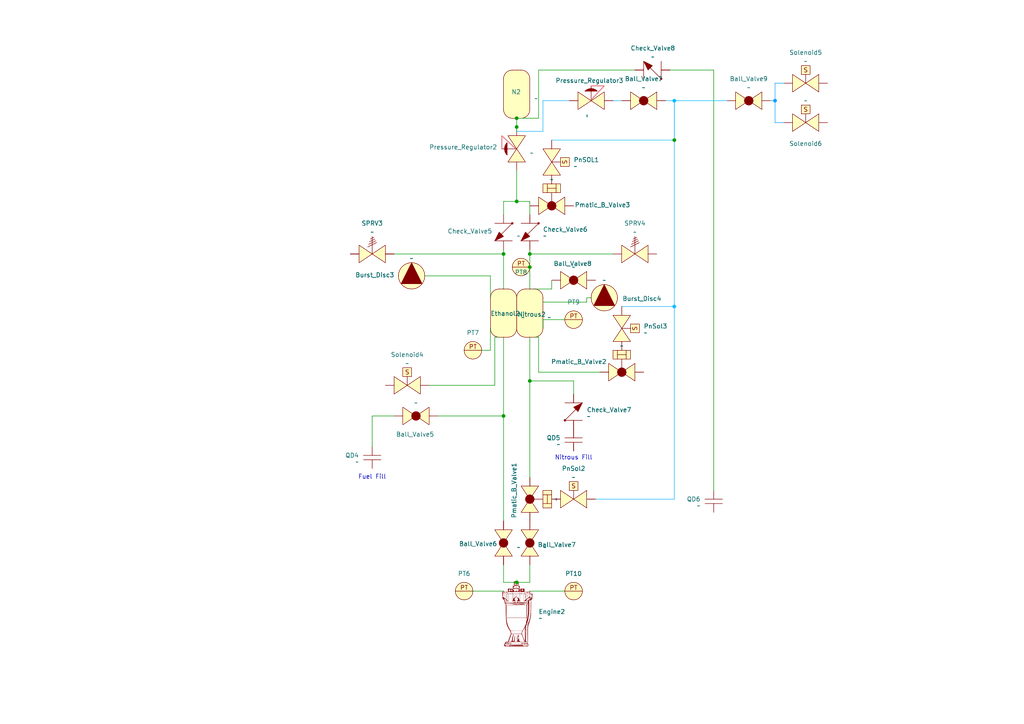
<source format=kicad_sch>
(kicad_sch (version 20231120) (generator "eeschema") (generator_version "8.0")
  (paper "A4")
  (lib_symbols
    (symbol "Ball_Valve_1"
      (property "Reference" "Ball_Valve" (at 3.81 -4.318 0))
      (symbol "Ball_Valve_1_1_1"
        (pin passive line (at -2.54 0 0) (length 2.54) (name "") (number ""))
        (pin passive line (at 10.16 0 180) (length 2.54) (name "") (number ""))
      )
    )
    (symbol "Ball_Valve_2"
      (property "Reference" "Ball_Valve" (at 3.81 -4.318 0))
      (symbol "Ball_Valve_2_1_1"
        (pin passive line (at -2.54 0 0) (length 2.54) (name "") (number ""))
        (pin passive line (at 10.16 0 180) (length 2.54) (name "") (number ""))
      )
    )
    (symbol "PID_symbols:Ball_Valve"
      (property "Reference" "Ball_Valve" (at 3.81 -4.318 0))
      (symbol "Ball_Valve_1_1"
        (pin passive line (at -2.54 0 0) (length 2.54) (name "") (number ""))
        (pin passive line (at 10.16 0 180) (length 2.54) (name "") (number ""))
      )
    )
    (symbol "PID_symbols:Burst_Disc"
      (property "Reference" "Burst_Disc" (at 0 -5.334 0))
      (symbol "Burst_Disc_1_1"
        (pin passive line (at -3.81 0 0) (length 0) (name "") (number ""))
        (pin passive line (at 3.81 0 180) (length 0) (name "") (number ""))
      )
    )
    (symbol "PID_symbols:Check_Valve"
      (property "Reference" "Check_Valve" (at 2.54 -4.064 0))
      (symbol "Check_Valve_1_1"
        (pin passive line (at -2.54 0 0) (length 2.54) (name "") (number ""))
        (pin passive line (at 7.62 0 180) (length 2.54) (name "") (number ""))
      )
    )
    (symbol "PID_symbols:Engine"
      (property "Reference" "Engine" (at 0 0 0))
      (symbol "Engine_1_1"
        (pin input line (at -3.81 3.81 0) (length 0) (name "") (number ""))
        (pin input line (at 0 6.35 0) (length 0) (name "") (number ""))
        (pin input line (at 3.81 3.81 0) (length 0) (name "") (number ""))
      )
    )
    (symbol "PID_symbols:Pneumatic_Rotary_Ball_Valve"
      (property "Reference" "Pmatic_B_Valve" (at 0 -3.81 0))
      (symbol "Pneumatic_Rotary_Ball_Valve_1_1"
        (pin passive line (at -3.81 0 180) (length 2.54) (name "") (number ""))
        (pin passive line (at 0 -1.27 180) (length 0) (name "") (number ""))
        (pin passive line (at 0 6.35 180) (length 0) (name "") (number ""))
        (pin passive line (at 3.81 0 0) (length 2.54) (name "") (number ""))
      )
    )
    (symbol "PID_symbols:Pressure_Regulator"
      (property "Reference" "Pressure_Regulator" (at 4.318 -3.81 0))
      (symbol "Pressure_Regulator_1_1"
        (pin passive line (at -2.54 0 0) (length 2.54) (name "") (number ""))
        (pin passive line (at 10.16 0 180) (length 2.54) (name "") (number ""))
      )
    )
    (symbol "PID_symbols:Pressure_Transducer"
      (property "Reference" "PT" (at 0 -3.81 0))
      (symbol "Pressure_Transducer_1_1"
        (text "PT\n" (at 0 1.016 0) (effects (font (size 1.27 1.27))))
        (pin passive line (at -2.54 0 0) (length 0) (name "") (number ""))
        (pin passive line (at 2.54 0 180) (length 0) (name "") (number ""))
      )
    )
    (symbol "PID_symbols:Quick_Disconnect"
      (property "Reference" "QD" (at 0.762 -4.572 0))
      (symbol "Quick_Disconnect_1_1"
        (pin passive line (at -2.54 0 0) (length 2.54) (name "") (number ""))
        (pin passive line (at 3.81 0 180) (length 2.54) (name "") (number ""))
      )
    )
    (symbol "PID_symbols:SPRV"
      (property "Reference" "SPRV" (at 3.556 -3.302 0))
      (symbol "SPRV_1_1"
        (pin passive line (at -2.54 0 0) (length 2.54) (name "") (number ""))
        (pin passive line (at 10.16 0 180) (length 2.54) (name "") (number ""))
      )
    )
    (symbol "PID_symbols:Solenoid"
      (property "Reference" "Solenoid" (at 3.81 -3.81 0))
      (symbol "Solenoid_1_1"
        (text "S\n" (at 3.81 3.81 0) (effects (font (size 1.27 1.27))))
        (pin passive line (at -2.54 0 0) (length 2.54) (name "") (number ""))
        (pin passive line (at 10.16 0 180) (length 2.54) (name "") (number ""))
      )
    )
    (symbol "PID_symbols:Tank"
      (property "Reference" "T" (at 6.35 5.08 0))
      (symbol "Tank_1_1"
        (pin passive line (at 1.27 -2.54 90) (length 0) (name "") (number ""))
        (pin passive line (at 1.27 11.43 270) (length 0) (name "") (number ""))
      )
    )
    (symbol "Pressure_Regulator_1"
      (property "Reference" "Pressure_Regulator" (at 4.318 -3.81 0))
      (symbol "Pressure_Regulator_1_1_1"
        (pin passive line (at -2.54 0 0) (length 2.54) (name "") (number ""))
        (pin passive line (at 10.16 0 180) (length 2.54) (name "") (number ""))
      )
    )
    (symbol "Solenoid_1"
      (property "Reference" "Solenoid" (at 3.81 -3.81 0))
      (symbol "Solenoid_1_1_1"
        (text "S\n" (at 3.81 3.81 0) (effects (font (size 1.27 1.27))))
        (pin passive line (at -2.54 0 0) (length 2.54) (name "") (number ""))
        (pin passive line (at 10.16 0 180) (length 2.54) (name "") (number ""))
      )
    )
    (symbol "Solenoid_2"
      (property "Reference" "Solenoid" (at 3.81 -3.81 0))
      (symbol "Solenoid_2_1_1"
        (text "S\n" (at 3.81 3.81 0) (effects (font (size 1.27 1.27))))
        (pin passive line (at -2.54 0 0) (length 2.54) (name "") (number ""))
        (pin passive line (at 10.16 0 180) (length 2.54) (name "") (number ""))
      )
    )
  )
  (junction (at 195.58 88.9) (color 7 184 255 1))
  (junction (at 146.05 73.66))
  (junction (at 153.67 77.47))
  (junction (at 195.58 29.21) (color 0 187 255 1))
  (junction (at 149.86 168.91))
  (junction (at 195.58 40.64))
  (junction (at 149.86 34.29))
  (junction (at 149.86 36.83))
  (junction (at 153.67 110.49))
  (junction (at 224.79 29.21) (color 2 153 255 1))
  (junction (at 149.86 58.42))
  (junction (at 153.67 73.66))
  (junction (at 146.05 120.65))
  (wire (pts (xy 166.37 110.49) (xy 166.37 114.3)))
  (wire (pts (xy 195.58 40.64) (xy 195.58 29.21)) (stroke (width 0) (color 0 187 255 1)))
  (wire (pts (xy 153.67 163.83) (xy 153.67 168.91)))
  (wire (pts (xy 153.67 73.66) (xy 153.67 77.47)))
  (wire (pts (xy 194.31 20.32) (xy 207.01 20.32)))
  (wire (pts (xy 193.04 29.21) (xy 195.58 29.21)) (stroke (width 0) (color 14 175 255 1)))
  (wire (pts (xy 156.21 34.29) (xy 156.21 20.32)))
  (wire (pts (xy 180.34 88.9) (xy 195.58 88.9)) (stroke (width 0) (color 14 175 255 1)))
  (wire (pts (xy 137.16 171.45) (xy 146.05 171.45)))
  (wire (pts (xy 195.58 29.21) (xy 195.58 40.64)) (stroke (width 0) (color 14 175 255 1)))
  (wire (pts (xy 170.18 87.63) (xy 157.48 87.63)))
  (wire (pts (xy 153.67 97.79) (xy 153.67 110.49)))
  (wire (pts (xy 153.67 168.91) (xy 149.86 168.91)))
  (wire (pts (xy 146.05 58.42) (xy 146.05 62.23)))
  (wire (pts (xy 149.86 34.29) (xy 156.21 34.29)))
  (wire (pts (xy 146.05 168.91) (xy 149.86 168.91)))
  (wire (pts (xy 146.05 163.83) (xy 146.05 168.91)))
  (wire (pts (xy 143.51 97.79) (xy 144.78 97.79)))
  (wire (pts (xy 157.48 92.71) (xy 157.48 95.25)))
  (wire (pts (xy 153.67 110.49) (xy 153.67 140.97)))
  (wire (pts (xy 227.33 35.56) (xy 224.79 35.56)) (stroke (width 0) (color 2 153 255 1)))
  (wire (pts (xy 107.95 120.65) (xy 107.95 129.54)))
  (wire (pts (xy 149.86 34.29) (xy 149.86 36.83)))
  (wire (pts (xy 224.79 24.13) (xy 227.33 24.13)) (stroke (width 0) (color 2 153 255 1)))
  (wire (pts (xy 123.19 80.01) (xy 142.24 80.01)))
  (wire (pts (xy 156.21 20.32) (xy 184.15 20.32)))
  (wire (pts (xy 149.86 36.83) (xy 149.86 38.1)))
  (wire (pts (xy 142.24 95.25) (xy 142.24 101.6)))
  (wire (pts (xy 153.67 171.45) (xy 163.83 171.45)))
  (wire (pts (xy 154.94 97.79) (xy 156.21 97.79)))
  (wire (pts (xy 139.7 101.6) (xy 142.24 101.6)))
  (wire (pts (xy 157.48 29.21) (xy 157.48 38.1)) (stroke (width 0) (color 14 175 255 1)))
  (wire (pts (xy 153.67 77.47) (xy 153.67 83.82)))
  (wire (pts (xy 154.94 83.82) (xy 160.02 83.82)))
  (wire (pts (xy 156.21 107.95) (xy 176.53 107.95)))
  (wire (pts (xy 146.05 120.65) (xy 146.05 151.13)))
  (wire (pts (xy 142.24 80.01) (xy 142.24 86.36)))
  (wire (pts (xy 172.72 144.78) (xy 195.58 144.78)) (stroke (width 0) (color 14 175 255 1)))
  (wire (pts (xy 146.05 97.79) (xy 146.05 120.65)))
  (wire (pts (xy 170.18 86.36) (xy 170.18 87.63)))
  (wire (pts (xy 146.05 72.39) (xy 146.05 73.66)))
  (wire (pts (xy 124.46 111.76) (xy 143.51 111.76)))
  (wire (pts (xy 146.05 73.66) (xy 146.05 83.82)))
  (wire (pts (xy 143.51 97.79) (xy 143.51 111.76)))
  (wire (pts (xy 127 120.65) (xy 146.05 120.65)))
  (wire (pts (xy 195.58 144.78) (xy 195.58 88.9)) (stroke (width 0) (color 14 175 255 1)))
  (wire (pts (xy 149.86 58.42) (xy 146.05 58.42)))
  (wire (pts (xy 160.02 40.64) (xy 195.58 40.64)) (stroke (width 0) (color 0 187 255 1)))
  (wire (pts (xy 195.58 29.21) (xy 210.82 29.21)) (stroke (width 0) (color 0 187 255 1)))
  (wire (pts (xy 177.8 29.21) (xy 180.34 29.21)) (stroke (width 0) (color 14 175 255 1)))
  (wire (pts (xy 114.3 120.65) (xy 107.95 120.65)))
  (wire (pts (xy 157.48 92.71) (xy 163.83 92.71)))
  (wire (pts (xy 224.79 29.21) (xy 224.79 24.13)) (stroke (width 0) (color 2 153 255 1)))
  (wire (pts (xy 160.02 81.28) (xy 160.02 83.82)))
  (wire (pts (xy 195.58 40.64) (xy 195.58 88.9)) (stroke (width 0) (color 14 175 255 1)))
  (wire (pts (xy 153.67 73.66) (xy 177.8 73.66)))
  (wire (pts (xy 153.67 58.42) (xy 153.67 62.23)))
  (wire (pts (xy 156.21 97.79) (xy 156.21 107.95)))
  (wire (pts (xy 149.86 38.1) (xy 157.48 38.1)) (stroke (width 0) (color 14 175 255 1)))
  (wire (pts (xy 114.3 73.66) (xy 146.05 73.66)))
  (wire (pts (xy 153.67 151.13) (xy 153.67 148.59)))
  (wire (pts (xy 207.01 20.32) (xy 207.01 142.24)))
  (wire (pts (xy 153.67 110.49) (xy 166.37 110.49)))
  (wire (pts (xy 223.52 29.21) (xy 224.79 29.21)) (stroke (width 0) (color 2 153 255 1)))
  (wire (pts (xy 170.18 86.36) (xy 171.45 86.36)))
  (wire (pts (xy 224.79 29.21) (xy 224.79 35.56)) (stroke (width 0) (color 2 153 255 1)))
  (wire (pts (xy 153.67 72.39) (xy 153.67 73.66)))
  (wire (pts (xy 157.48 29.21) (xy 165.1 29.21)) (stroke (width 0) (color 14 175 255 1)))
  (wire (pts (xy 149.86 58.42) (xy 153.67 58.42)))
  (wire (pts (xy 149.86 49.53) (xy 149.86 58.42)))
  (text "Nitrous Fill" (at 166.37 132.842 0) (effects (font (size 1.27 1.27))))
  (text "Fuel Fill\n" (at 107.95 138.43 0) (effects (font (size 1.27 1.27))))
  (symbol (lib_id "PID_symbols:Tank") (at 148.59 31.75 0) (unit 1)
    (property "Reference" "N2" (at 148.336 26.67 0) (effects (justify left)))
    (property "Value" "~" (at 154.94 28.575 0) (effects (justify left)))
  )
  (symbol (lib_id "PID_symbols:Engine") (at 149.86 175.26 0) (unit 1)
    (property "Reference" "Engine2" (at 156.21 177.4118 0) (effects (justify left)))
    (property "Value" "~" (at 156.21 179.3169 0) (effects (justify left)))
  )
  (symbol (lib_id "PID_symbols:Pressure_Transducer") (at 166.37 171.45 0) (unit 1)
    (property "Reference" "PT10" (at 166.37 166.37 0))
  )
  (symbol (lib_id "PID_symbols:Pressure_Regulator") (at 149.86 46.99 90) (unit 1)
    (property "Reference" "Pressure_Regulator2" (at 124.46 42.672 90) (effects (justify right)))
    (property "Value" "~" (at 153.67 44.3875 90) (effects (justify right)))
  )
  (symbol (lib_id "PID_symbols:Check_Valve") (at 191.77 20.32 180) (unit 1)
    (property "Reference" "Check_Valve8" (at 189.357 13.97 0))
    (property "Value" "~" (at 189.357 16.51 0))
  )
  (symbol (lib_id "PID_symbols:Pressure_Transducer") (at 166.37 92.71 0) (unit 1)
    (property "Reference" "PT9" (at 166.37 87.63 0))
  )
  (symbol (lib_id "PID_symbols:Ball_Valve") (at 153.67 153.67 270) (unit 1)
    (property "Reference" "Ball_Valve7" (at 155.956 157.988 90) (effects (justify left)))
    (property "Value" "~" (at 157.48 158.75 90) (effects (justify left)))
  )
  (symbol (lib_id "PID_symbols:Check_Valve") (at 146.05 64.77 270) (unit 1)
    (property "Reference" "Check_Valve5" (at 129.794 67.056 90) (effects (justify left)))
    (property "Value" "~" (at 149.86 68.453 90) (effects (justify left)))
  )
  (symbol (lib_id "PID_symbols:Tank") (at 144.78 95.25 0) (unit 1)
    (property "Reference" "Ethanol2" (at 142.24 90.932 0) (effects (justify left)))
    (property "Value" "~" (at 151.13 92.075 0) (effects (justify left)))
  )
  (symbol (lib_id "PID_symbols:Pneumatic_Rotary_Ball_Valve") (at 160.02 59.69 0) (unit 1)
    (property "Reference" "Pmatic_B_Valve3" (at 174.752 59.436 0))
    (property "Value" "~" (at 160.02 52.07 0))
  )
  (symbol (lib_id "PID_symbols:Pressure_Transducer") (at 134.62 171.45 0) (unit 1)
    (property "Reference" "PT6" (at 134.62 166.37 0))
  )
  (symbol (lib_id "PID_symbols:Pressure_Transducer") (at 137.16 101.6 0) (unit 1)
    (property "Reference" "PT7" (at 137.16 96.52 0))
  )
  (symbol (lib_id "PID_symbols:Burst_Disc") (at 175.26 86.36 0) (unit 1)
    (property "Reference" "Burst_Disc4" (at 186.182 86.614 0))
    (property "Value" "~" (at 175.26 81.28 0))
  )
  (symbol (lib_name "Solenoid_2") (lib_id "PID_symbols:Solenoid") (at 229.87 24.13 0) (unit 1)
    (property "Reference" "Solenoid5" (at 233.68 15.24 0))
    (property "Value" "~" (at 233.68 17.78 0))
  )
  (symbol (lib_id "PID_symbols:Quick_Disconnect") (at 207.01 146.05 90) (unit 1)
    (property "Reference" "QD6" (at 203.2 144.7799 90) (effects (justify left)))
    (property "Value" "~" (at 203.2 146.685 90) (effects (justify left)))
  )
  (symbol (lib_id "PID_symbols:Quick_Disconnect") (at 166.37 128.27 90) (unit 1)
    (property "Reference" "QD5" (at 162.56 126.9999 90) (effects (justify left)))
    (property "Value" "~" (at 162.56 128.905 90) (effects (justify left)))
  )
  (symbol (lib_name "Solenoid_1") (lib_id "PID_symbols:Solenoid") (at 180.34 91.44 270) (unit 1)
    (property "Reference" "PnSol3" (at 186.69 94.6149 90) (effects (justify left)))
    (property "Value" "~" (at 186.69 96.52 90) (effects (justify left)))
  )
  (symbol (lib_id "PID_symbols:SPRV") (at 104.14 73.66 0) (unit 1)
    (property "Reference" "SPRV3" (at 107.95 64.77 0))
    (property "Value" "~" (at 107.95 67.31 0))
  )
  (symbol (lib_name "Solenoid_1") (lib_id "PID_symbols:Solenoid") (at 160.02 43.18 270) (unit 1)
    (property "Reference" "PnSOL1" (at 166.37 46.3549 90) (effects (justify left)))
    (property "Value" "~" (at 166.37 48.26 90) (effects (justify left)))
  )
  (symbol (lib_id "PID_symbols:Ball_Valve") (at 146.05 153.67 270) (unit 1)
    (property "Reference" "Ball_Valve6" (at 133.096 157.734 90) (effects (justify left)))
    (property "Value" "~" (at 149.86 158.75 90) (effects (justify left)))
  )
  (symbol (lib_name "Pressure_Regulator_1") (lib_id "PID_symbols:Pressure_Regulator") (at 167.64 29.21 0) (unit 1)
    (property "Reference" "Pressure_Regulator3" (at 180.848 23.368 0) (effects (justify right)))
    (property "Value" "~" (at 170.2425 33.02 90) (effects (justify right)))
  )
  (symbol (lib_id "PID_symbols:Pressure_Transducer") (at 151.13 77.47 0) (unit 1)
    (property "Reference" "PT8" (at 151.13 78.994 0))
  )
  (symbol (lib_id "PID_symbols:Ball_Valve") (at 162.56 81.28 0) (unit 1)
    (property "Reference" "Ball_Valve8" (at 166.116 76.454 0))
    (property "Value" "~" (at 166.37 77.47 0))
  )
  (symbol (lib_id "PID_symbols:Ball_Valve") (at 116.84 120.65 0) (unit 1)
    (property "Reference" "Ball_Valve5" (at 120.396 125.984 0))
    (property "Value" "~" (at 120.65 116.84 0))
  )
  (symbol (lib_id "PID_symbols:SPRV") (at 180.34 73.66 0) (unit 1)
    (property "Reference" "SPRV4" (at 184.15 64.77 0))
    (property "Value" "~" (at 184.15 67.31 0))
  )
  (symbol (lib_name "Solenoid_1") (lib_id "PID_symbols:Solenoid") (at 162.56 144.78 0) (unit 1)
    (property "Reference" "PnSol2" (at 166.37 135.89 0))
    (property "Value" "~" (at 166.37 138.43 0))
  )
  (symbol (lib_id "PID_symbols:Check_Valve") (at 166.37 121.92 90) (unit 1)
    (property "Reference" "Check_Valve7" (at 170.18 118.8719 90) (effects (justify right)))
    (property "Value" "~" (at 170.18 120.777 90) (effects (justify right)))
  )
  (symbol (lib_id "PID_symbols:Tank") (at 152.4 95.25 0) (unit 1)
    (property "Reference" "Nitrous2" (at 150.114 91.186 0) (effects (justify left)))
    (property "Value" "~" (at 158.75 92.075 0) (effects (justify left)))
  )
  (symbol (lib_id "PID_symbols:Quick_Disconnect") (at 107.95 132.08 270) (unit 1)
    (property "Reference" "QD4" (at 104.14 132.0799 90) (effects (justify right)))
    (property "Value" "~" (at 104.14 133.985 90) (effects (justify right)))
  )
  (symbol (lib_name "Ball_Valve_1") (lib_id "PID_symbols:Ball_Valve") (at 213.36 29.21 0) (unit 1)
    (property "Reference" "Ball_Valve9" (at 217.17 22.86 0))
    (property "Value" "~" (at 217.17 25.4 0))
  )
  (symbol (lib_id "PID_symbols:Pneumatic_Rotary_Ball_Valve") (at 153.67 144.78 270) (unit 1)
    (property "Reference" "Pmatic_B_Valve1" (at 149.098 142.24 0))
    (property "Value" "~" (at 161.29 144.78 0))
  )
  (symbol (lib_name "Solenoid_1") (lib_id "PID_symbols:Solenoid") (at 229.87 35.56 0) (unit 1)
    (property "Reference" "Solenoid6" (at 233.68 41.656 0))
    (property "Value" "~" (at 233.68 29.21 0))
  )
  (symbol (lib_name "Ball_Valve_2") (lib_id "PID_symbols:Ball_Valve") (at 182.88 29.21 0) (unit 1)
    (property "Reference" "Ball_Valve?" (at 186.69 22.86 0))
    (property "Value" "~" (at 186.69 25.4 0))
  )
  (symbol (lib_id "PID_symbols:Burst_Disc") (at 119.38 80.01 0) (unit 1)
    (property "Reference" "Burst_Disc3" (at 108.712 79.756 0))
    (property "Value" "~" (at 119.38 74.93 0))
  )
  (symbol (lib_id "PID_symbols:Pneumatic_Rotary_Ball_Valve") (at 180.34 107.95 0) (unit 1)
    (property "Reference" "Pmatic_B_Valve2" (at 167.894 104.902 0))
    (property "Value" "~" (at 180.34 100.33 0))
  )
  (symbol (lib_id "PID_symbols:Check_Valve") (at 153.67 64.77 270) (unit 1)
    (property "Reference" "Check_Valve6" (at 157.48 66.5479 90) (effects (justify left)))
    (property "Value" "~" (at 157.48 68.453 90) (effects (justify left)))
  )
  (symbol (lib_id "PID_symbols:Solenoid") (at 114.3 111.76 0) (unit 1)
    (property "Reference" "Solenoid4" (at 118.11 102.87 0))
    (property "Value" "~" (at 118.11 105.41 0))
  )
)
</source>
